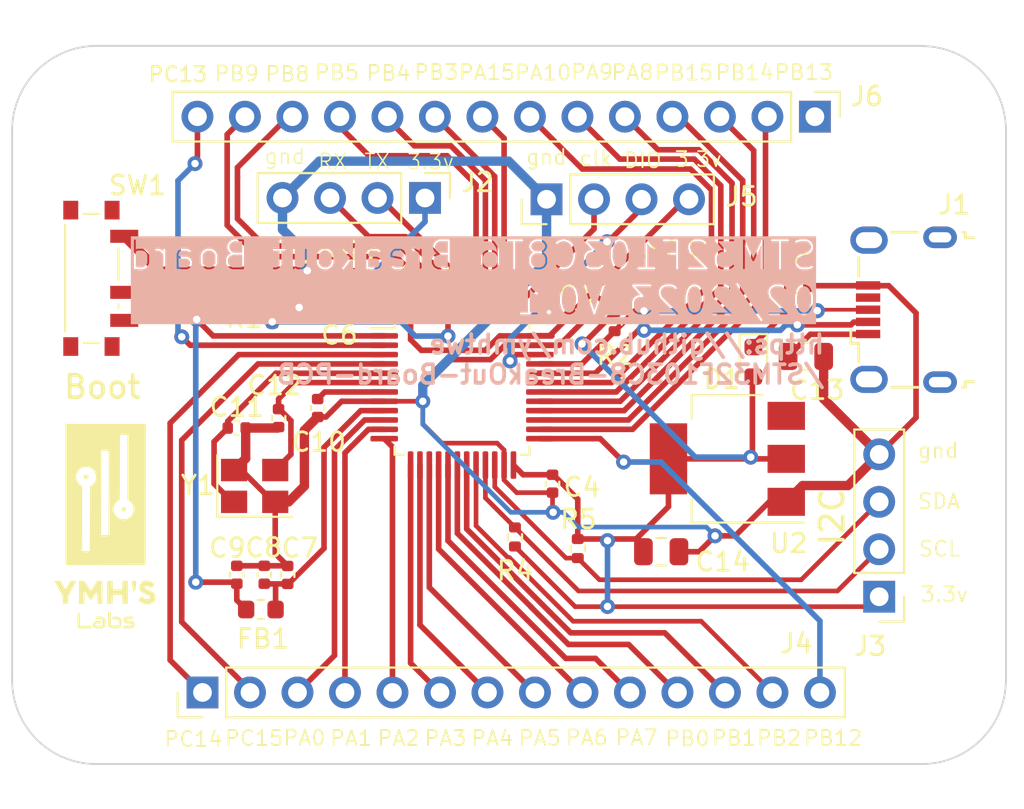
<source format=kicad_pcb>
(kicad_pcb (version 20221018) (generator pcbnew)
  (layers (0 "F.Cu" signal) (31 "B.Cu" power) (34 "B.Paste" user) (35 "F.Paste" user) (36 "B.SilkS" user "B.Silkscreen") (37 "F.SilkS" user "F.Silkscreen") (38 "B.Mask" user) (39 "F.Mask" user) (44 "Edge.Cuts" user))
  (net 0 "")
  (net 1 "+3.3V")
  (net 2 "GND")
  (net 3 "+3.3VA")
  (net 4 "/NRST")
  (net 5 "/HSE_IN")
  (net 6 "/HSE_OUT")
  (net 7 "VBUS")
  (net 8 "/PWR_LED_K")
  (net 9 "/USB_D-")
  (net 10 "/USB_D+")
  (net 13 "/USART1_TX")
  (net 14 "/USART1_RX")
  (net 15 "/I2C2_SCL")
  (net 16 "/I2C2_SDA")
  (net 17 "PB15")
  (net 18 "PB14")
  (net 19 "PB13")
  (net 20 "PB12")
  (net 21 "PB9")
  (net 22 "PB8")
  (net 23 "PB5")
  (net 24 "PB4")
  (net 25 "PB3")
  (net 26 "PB2")
  (net 27 "PB1")
  (net 28 "PB0")
  (net 29 "PC15")
  (net 30 "PC14")
  (net 31 "PC13")
  (net 32 "PA0")
  (net 33 "PA1")
  (net 34 "PA2")
  (net 35 "PA3")
  (net 36 "PA4")
  (net 37 "PA5")
  (net 38 "PA6")
  (net 39 "PA7")
  (net 40 "PA8")
  (net 41 "PA9")
  (net 42 "PA10")
  (net 43 "PA15")
  (net 44 "/SWCLK")
  (net 45 "/SWDIO")
  (net 46 "/SW_BOOT0")
  (net 47 "/BOOT0")
  (footprint "Connector_PinHeader_2.54mm:PinHeader_1x04_P2.54mm_Vertical" (layer "F.Cu") (at 147.33 82.97 90)
    (fp_text reference "J5")
    (fp_text value "Conn_01x04_Pin")
  )
  (footprint "Connector_PinHeader_2.54mm:PinHeader_1x04_P2.54mm_Vertical" (layer "F.Cu") (at 165.12 104.24 180)
    (fp_text reference "J3")
    (fp_text value "Conn_01x04_Pin")
  )
  (footprint "Capacitor_SMD:C_0805_2012Metric" (layer "F.Cu") (at 161.2 91.38)
    (fp_text reference "C13")
    (fp_text value "22u")
  )
  (footprint "Capacitor_SMD:C_0402_1005Metric" (layer "F.Cu") (at 147.65 98.19 -90)
    (fp_text reference "C4")
    (fp_text value "100n")
  )
  (footprint "MountingHole:MountingHole_2.2mm_M2" (layer "F.Cu") (at 167.4 79.26)
    (fp_text reference "H1" hide)
    (fp_text value "MountingHole")
  )
  (footprint "Package_TO_SOT_SMD:SOT-223-3_TabPin2" (layer "F.Cu") (at 157 96.86 180)
    (fp_text reference "U2")
    (fp_text value "AMS1117-3.3")
  )
  (footprint "Crystal:Crystal_SMD_3225-4Pin_3.2x2.5mm" (layer "F.Cu") (at 131.72 98.31)
    (fp_text reference "Y1")
    (fp_text value "16 MHz")
  )
  (footprint "Button_Switch_SMD:SW_SPDT_PCM12" (layer "F.Cu") (at 123.315 87.2 -90)
    (fp_text reference "SW1")
    (fp_text value "SW_SPDT")
  )
  (footprint "LOGO" (layer "F.Cu") (at 123.409354 100.422938)
    (fp_text reference "G***" hide)
    (fp_text value "LOGO" hide)
  )
  (footprint "Capacitor_SMD:C_0402_1005Metric" (layer "F.Cu") (at 149.02 89.23)
    (fp_text reference "C3")
    (fp_text value "100n")
  )
  (footprint "Capacitor_SMD:C_0402_1005Metric" (layer "F.Cu") (at 130.765 103.0625 90)
    (fp_text reference "C9")
    (fp_text value "1u")
  )
  (footprint "Resistor_SMD:R_0402_1005Metric" (layer "F.Cu") (at 132.66 89.11 -90)
    (fp_text reference "R1")
    (fp_text value "10K")
  )
  (footprint "LED_SMD:LED_0603_1608Metric" (layer "F.Cu") (at 158.39 91.67 -90)
    (fp_text reference "D1")
    (fp_text value "RED")
  )
  (footprint "Package_QFP:LQFP-48_7x7mm_P0.5mm" (layer "F.Cu") (at 142.81 93.03)
    (fp_text reference "U1")
    (fp_text value "STM32F103C8T6")
  )
  (footprint "Capacitor_SMD:C_0402_1005Metric" (layer "F.Cu") (at 133 94.68 -90)
    (fp_text reference "C12")
    (fp_text value "10p")
  )
  (footprint "Inductor_SMD:L_0603_1608Metric" (layer "F.Cu") (at 132.0525 104.9225 180)
    (fp_text reference "FB1")
    (fp_text value "1220R")
  )
  (footprint "MountingHole:MountingHole_2.2mm_M2" (layer "F.Cu") (at 123.25 79.26)
    (fp_text reference "H3" hide)
    (fp_text value "MountingHole")
  )
  (footprint "Capacitor_SMD:C_0402_1005Metric" (layer "F.Cu") (at 135.41 88.28 90)
    (fp_text reference "C5")
    (fp_text value "100n")
  )
  (footprint "Capacitor_SMD:C_0603_1608Metric" (layer "F.Cu") (at 137.17 87.875 90)
    (fp_text reference "C6")
    (fp_text value "10u")
  )
  (footprint "Capacitor_SMD:C_0402_1005Metric" (layer "F.Cu") (at 135.09 94.14 -90)
    (fp_text reference "C10")
    (fp_text value "100n")
  )
  (footprint "MountingHole:MountingHole_2.2mm_M2" (layer "F.Cu") (at 123.25 108.69)
    (fp_text reference "H4" hide)
    (fp_text value "MountingHole")
  )
  (footprint "Resistor_SMD:R_0402_1005Metric" (layer "F.Cu") (at 150.97 89.52 -90)
    (fp_text reference "R2")
    (fp_text value "1K5")
  )
  (footprint "MountingHole:MountingHole_2.2mm_M2" (layer "F.Cu") (at 167.4 108.69)
    (fp_text reference "H2" hide)
    (fp_text value "MountingHole")
  )
  (footprint "Connector_PinHeader_2.54mm:PinHeader_1x14_P2.54mm_Vertical" (layer "F.Cu") (at 161.68 78.55 -90)
    (fp_text reference "J6")
    (fp_text value "Conn_01x14_Pin")
  )
  (footprint "Connector_USB:USB_Micro-B_Wuerth_629105150521" (layer "F.Cu") (at 166.425331 88.880331 90)
    (fp_text reference "J1")
    (fp_text value "USB_B_Micro")
  )
  (footprint "Resistor_SMD:R_0402_1005Metric" (layer "F.Cu") (at 149 101.66 90)
    (fp_text reference "R5")
    (fp_text value "1K5")
  )
  (footprint "Capacitor_SMD:C_0402_1005Metric" (layer "F.Cu") (at 139.04 87.48 90)
    (fp_text reference "C1")
    (fp_text value "100n")
  )
  (footprint "Resistor_SMD:R_0402_1005Metric" (layer "F.Cu") (at 145.64 101.04 -90)
    (fp_text reference "R4")
    (fp_text value "1K5")
  )
  (footprint "Capacitor_SMD:C_0805_2012Metric" (layer "F.Cu") (at 153.46 101.83)
    (fp_text reference "C14")
    (fp_text value "22u")
  )
  (footprint "Capacitor_SMD:C_0402_1005Metric" (layer "F.Cu") (at 133.485 103.0725 90)
    (fp_text reference "C7")
    (fp_text value "10n")
  )
  (footprint "Connector_PinHeader_2.54mm:PinHeader_1x14_P2.54mm_Vertical" (layer "F.Cu") (at 128.93 109.36 90)
    (fp_text reference "J4")
    (fp_text value "Conn_01x14_Pin")
  )
  (footprint "Resistor_SMD:R_0402_1005Metric" (layer "F.Cu") (at 160.81 87.61 180)
    (fp_text reference "R3")
    (fp_text value "1K5")
  )
  (footprint "Capacitor_SMD:C_0402_1005Metric" (layer "F.Cu") (at 130.76 95.21)
    (fp_text reference "C11")
    (fp_text value "10p")
  )
  (footprint "Capacitor_SMD:C_0402_1005Metric" (layer "F.Cu") (at 132.235 103.0625 90)
    (fp_text reference "C8")
    (fp_text value "1u")
  )
  (footprint "Connector_PinHeader_2.54mm:PinHeader_1x04_P2.54mm_Vertical" (layer "F.Cu") (at 140.83 82.9 -90)
    (fp_text reference "J2")
    (fp_text value "Conn_01x04_Pin")
  )
  (gr_arc (start 123.25 113.189999) (mid 120.063942 111.876254) (end 118.750665 108.690002) (stroke (width 0.1)) (layer "Edge.Cuts"))
  (gr_line (start 167.4 113.19) (end 123.25 113.19) (stroke (width 0.1)) (layer "Edge.Cuts"))
  (gr_arc (start 167.399943 74.770395) (mid 170.603015 76.123942) (end 171.9 79.350331) (stroke (width 0.1)) (layer "Edge.Cuts"))
  (gr_arc (start 171.894687 108.690006) (mid 170.580098 111.871658) (end 167.4 113.19) (stroke (width 0.1)) (layer "Edge.Cuts"))
  (gr_line (start 167.4 74.76) (end 123.25 74.76) (stroke (width 0.1)) (layer "Edge.Cuts"))
  (gr_arc (start 118.750001 79.26) (mid 120.075389 76.085389) (end 123.25 74.760001) (stroke (width 0.1)) (layer "Edge.Cuts"))
  (gr_line (start 171.9 108.69) (end 171.9 79.350331) (stroke (width 0.1)) (layer "Edge.Cuts"))
  (gr_line (start 118.75 108.69) (end 118.75 79.26) (stroke (width 0.1)) (layer "Edge.Cuts"))
  (gr_text "STM32F103C8T6 Breakout Board\n02/2023_V0.1 " (at 161.88 89.27) (layer "B.SilkS" knockout) (effects (font (size 1.5 1.5) (thickness 0.1)) (justify left bottom mirror)))
  (gr_text "https://github.com/ymhtwe\n/STM32F103C8-BreakOut-Board-PCB" (at 162.29 92.93) (layer "B.SilkS") (effects (font (size 1 1) (thickness 0.2) bold) (justify left bottom mirror)))
  (gr_text "PA3" (at 140.735331 112.275331) (layer "F.SilkS") (effects (font (size 0.8 0.8) (thickness 0.1)) (justify left bottom)))
  (gr_text "PB4" (at 137.625331 76.685331) (layer "F.SilkS") (effects (font (size 0.8 0.8) (thickness 0.1)) (justify left bottom)))
  (gr_text "DIO" (at 151.405331 81.355331) (layer "F.SilkS") (effects (font (size 0.8 0.8) (thickness 0.1)) (justify left bottom)))
  (gr_text "PA8\n" (at 150.735331 76.645331) (layer "F.SilkS") (effects (font (size 0.8 0.8) (thickness 0.1)) (justify left bottom)))
  (gr_text "PB9" (at 129.515331 76.715331) (layer "F.SilkS") (effects (font (size 0.8 0.8) (thickness 0.1)) (justify left bottom)))
  (gr_text "PA4" (at 143.235331 112.275331) (layer "F.SilkS") (effects (font (size 0.8 0.8) (thickness 0.1)) (justify left bottom)))
  (gr_text "PB5" (at 134.875331 76.655331) (layer "F.SilkS") (effects (font (size 0.8 0.8) (thickness 0.1)) (justify left bottom)))
  (gr_text "RX" (at 135.055331 81.415331) (layer "F.SilkS") (effects (font (size 0.8 0.8) (thickness 0.08)) (justify left bottom)))
  (gr_text "PB12" (at 161.025331 112.265331) (layer "F.SilkS") (effects (font (size 0.8 0.8) (thickness 0.1)) (justify left bottom)))
  (gr_text "PA1" (at 135.685331 112.275331) (layer "F.SilkS") (effects (font (size 0.8 0.8) (thickness 0.1)) (justify left bottom)))
  (gr_text "PB2" (at 158.515331 112.265331) (layer "F.SilkS") (effects (font (size 0.8 0.8) (thickness 0.1)) (justify left bottom)))
  (gr_text "SCL" (at 167.175331 102.145331) (layer "F.SilkS") (effects (font (size 0.8 0.8) (thickness 0.1)) (justify left bottom)))
  (gr_text "PA2" (at 138.225331 112.275331) (layer "F.SilkS") (effects (font (size 0.8 0.8) (thickness 0.1)) (justify left bottom)))
  (gr_text "PC14" (at 126.815331 112.325331) (layer "F.SilkS") (effects (font (size 0.8 0.8) (thickness 0.1)) (justify left bottom)))
  (gr_text "gnd" (at 132.195331 81.145331) (layer "F.SilkS") (effects (font (size 0.8 0.8) (thickness 0.08)) (justify left bottom)))
  (gr_text "Boot" (at 121.415331 93.715331) (layer "F.SilkS") (effects (font (size 1.2 1.2) (thickness 0.2) bold) (justify left bottom)))
  (gr_text "PA10\n" (at 145.575331 76.665331) (layer "F.SilkS") (effects (font (size 0.8 0.8) (thickness 0.1)) (justify left bottom)))
  (gr_text "PA9\n" (at 148.575331 76.625331) (layer "F.SilkS") (effects (font (size 0.8 0.8) (thickness 0.1)) (justify left bottom)))
  (gr_text "PA7" (at 150.955331 112.235331) (layer "F.SilkS") (effects (font (size 0.8 0.8) (thickness 0.1)) (justify left bottom)))
  (gr_text "PB0" (at 153.615331 112.295331) (layer "F.SilkS") (effects (font (size 0.8 0.8) (thickness 0.1)) (justify left bottom)))
  (gr_text "3.3v" (at 167.275331 104.585331) (layer "F.SilkS") (effects (font (size 0.8 0.8) (thickness 0.1)) (justify left bottom)))
  (gr_text "3.3v" (at 154.115331 81.295331) (layer "F.SilkS") (effects (font (size 0.8 0.8) (thickness 0.1)) (justify left bottom)))
  (gr_text "PA5" (at 145.775331 112.265331) (layer "F.SilkS") (effects (font (size 0.8 0.8) (thickness 0.1)) (justify left bottom)))
  (gr_text "gnd" (at 146.175331 81.175331) (layer "F.SilkS") (effects (font (size 0.8 0.8) (thickness 0.1)) (justify left bottom)))
  (gr_text "gnd" (at 167.125331 96.885331) (layer "F.SilkS") (effects (font (size 0.8 0.8) (thickness 0.1)) (justify left bottom)))
  (gr_text "SWD" (at 151.455331 86.505331) (layer "F.SilkS") (effects (font (size 1.25 1.25) (thickness 0.2)) (justify left bottom)))
  (gr_text "PC15" (at 130.065331 112.275331) (layer "F.SilkS") (effects (font (size 0.8 0.8) (thickness 0.1)) (justify left bottom)))
  (gr_text "I2C" (at 163.335331 101.615331 90) (layer "F.SilkS") (effects (font (size 1.25 1.25) (thickness 0.2)) (justify left bottom)))
  (gr_text "PC13" (at 125.975331 76.755331) (layer "F.SilkS") (effects (font (size 0.8 0.8) (thickness 0.125) bold) (justify left bottom)))
  (gr_text "3.3v" (at 139.815331 81.425331) (layer "F.SilkS") (effects (font (size 0.8 0.8) (thickness 0.08)) (justify left bottom)))
  (gr_text "SDA" (at 167.125331 99.605331) (layer "F.SilkS") (effects (font (size 0.8 0.8) (thickness 0.1)) (justify left bottom)))
  (gr_text "PB15" (at 153.055331 76.665331) (layer "F.SilkS") (effects (font (size 0.8 0.8) (thickness 0.1)) (justify left bottom)))
  (gr_text "PB1" (at 156.105331 112.265331) (layer "F.SilkS") (effects (font (size 0.8 0.8) (thickness 0.1)) (justify left bottom)))
  (gr_text "PA0" (at 133.195331 112.255331) (layer "F.SilkS") (effects (font (size 0.8 0.8) (thickness 0.1)) (justify left bottom)))
  (gr_text "PB14" (at 156.295331 76.655331) (layer "F.SilkS") (effects (font (size 0.8 0.8) (thickness 0.1)) (justify left bottom)))
  (gr_text "PB8" (at 132.225331 76.735331) (layer "F.SilkS") (effects (font (size 0.8 0.8) (thickness 0.1)) (justify left bottom)))
  (gr_text "PA15" (at 142.575331 76.645331) (layer "F.SilkS") (effects (font (size 0.8 0.8) (thickness 0.1)) (justify left bottom)))
  (gr_text "PB3" (at 140.185331 76.635331) (layer "F.SilkS") (effects (font (size 0.8 0.8) (thickness 0.1)) (justify left bottom)))
  (gr_text "UART\n" (at 133.695331 86.475331) (layer "F.SilkS") (effects (font (size 1.25 1.25) (thickness 0.2)) (justify left bottom)))
  (gr_text "PB13" (at 159.465331 76.645331) (layer "F.SilkS") (effects (font (size 0.8 0.8) (thickness 0.1)) (justify left bottom)))
  (gr_text "PA6" (at 148.295331 112.245331) (layer "F.SilkS") (effects (font (size 0.8 0.8) (thickness 0.1)) (justify left bottom)))
  (gr_text "clk" (at 149.015331 81.255331) (layer "F.SilkS") (effects (font (size 0.8 0.8) (thickness 0.1)) (justify left bottom)))
  (gr_text "TX" (at 137.525331 81.415331) (layer "F.SilkS") (effects (font (size 0.8 0.8) (thickness 0.08)) (justify left bottom)))
  (segment (start 149 99.017035) (end 149 101.15) (width 0.3) (layer "F.Cu") (net 1))
  (segment (start 146.9725 90.28) (end 147.62 90.28) (width 0.3) (layer "F.Cu") (net 1))
  (segment (start 128.62 89.4) (end 129.5 90.28) (width 0.3) (layer "F.Cu") (net 1))
  (segment (start 139.07 87.99) (end 139.04 87.96) (width 0.3) (layer "F.Cu") (net 1))
  (segment (start 158.34 92.5075) (end 158.34 96.86) (width 0.3) (layer "F.Cu") (net 1))
  (segment (start 150.97 89.024106) (end 149.284106 90.71) (width 0.3) (layer "F.Cu") (net 1))
  (segment (start 135.41 88.76) (end 137.06 88.76) (width 0.3) (layer "F.Cu") (net 1))
  (segment (start 130.765 103.5425) (end 130.765 104.4225) (width 0.3) (layer "F.Cu") (net 1))
  (segment (start 128.57 89.45) (end 124.745 89.45) (width 0.3) (layer "F.Cu") (net 1))
  (segment (start 139.76 87.99) (end 139.07 87.99) (width 0.3) (layer "F.Cu") (net 1))
  (segment (start 140.63 91.05) (end 144.06 91.05) (width 0.3) (layer "F.Cu") (net 1))
  (segment (start 130.6825 103.46) (end 128.5695 103.46) (width 0.3) (layer "F.Cu") (net 1))
  (segment (start 147.49 90.28) (end 148.54 89.23) (width 0.3) (layer "F.Cu") (net 1))
  (segment (start 137.69 88.65) (end 138.38 87.96) (width 0.3) (layer "F.Cu") (net 1))
  (segment (start 130.765 103.5425) (end 130.6825 103.46) (width 0.3) (layer "F.Cu") (net 1))
  (segment (start 137.06 88.76) (end 137.17 88.65) (width 0.3) (layer "F.Cu") (net 1))
  (segment (start 158.39 92.4575) (end 158.34 92.5075) (width 0.3) (layer "F.Cu") (net 1))
  (segment (start 149 101.15) (end 150.59 101.15) (width 0.3) (layer "F.Cu") (net 1))
  (segment (start 148.54 89.187035) (end 149.613517 88.113517) (width 0.3) (layer "F.Cu") (net 1))
  (segment (start 147.65 97.71) (end 147.692965 97.71) (width 0.3) (layer "F.Cu") (net 1))
  (segment (start 144.83 90.28) (end 146.9725 90.28) (width 0.3) (layer "F.Cu") (net 1))
  (segment (start 140.06 88.29) (end 139.76 87.99) (width 0.3) (layer "F.Cu") (net 1))
  (segment (start 135.41 88.76) (end 134.13 88.76) (width 0.3) (layer "F.Cu") (net 1))
  (segment (start 145.64 101.55) (end 148.86 104.77) (width 0.25) (layer "F.Cu") (net 1))
  (segment (start 148.54 89.23) (end 148.54 89.187035) (width 0.3) (layer "F.Cu") (net 1))
  (segment (start 149.284106 90.71) (end 149.23 90.71) (width 0.3) (layer "F.Cu") (net 1))
  (segment (start 146.0775 97.71) (end 147.65 97.71) (width 0.3) (layer "F.Cu") (net 1))
  (segment (start 149.803517 87.923517) (end 154.757035 82.97) (width 0.3) (layer "F.Cu") (net 1))
  (segment (start 150.59 101.15) (end 152.12 101.15) (width 0.3) (layer "F.Cu") (net 1))
  (segment (start 154.757035 82.97) (end 154.95 82.97) (width 0.3) (layer "F.Cu") (net 1))
  (segment (start 138.38 87.96) (end 139.04 87.96) (width 0.3) (layer "F.Cu") (net 1))
  (segment (start 140.06 88.8675) (end 140.06 90.48) (width 0.3) (layer "F.Cu") (net 1))
  (segment (start 153.85 99.42) (end 153.85 96.94) (width 0.3) (layer "F.Cu") (net 1))
  (segment (start 130.765 104.4225) (end 131.265 104.9225) (width 0.3) (layer "F.Cu") (net 1))
  (segment (start 146.9725 90.28) (end 147.49 90.28) (width 0.3) (layer "F.Cu") (net 1))
  (segment (start 134.13 88.76) (end 134.1 88.76) (width 0.3) (layer "F.Cu") (net 1))
  (segment (start 150.97 89.01) (end 150.89 89.01) (width 0.25) (layer "F.Cu") (net 1))
  (segment (start 150.59 101.15) (end 150.59 101.2345) (width 0.3) (layer "F.Cu") (net 1))
  (segment (start 158.34 96.86) (end 160.15 96.86) (width 0.3) (layer "F.Cu") (net 1))
  (segment (start 140.06 90.48) (end 140.63 91.05) (width 0.3) (layer "F.Cu") (net 1))
  (segment (start 144.06 91.05) (end 144.83 90.28) (width 0.3) (layer "F.Cu") (net 1))
  (segment (start 128.62 89.4) (end 128.57 89.45) (width 0.3) (layer "F.Cu") (net 1))
  (segment (start 137.17 88.65) (end 137.69 88.65) (width 0.3) (layer "F.Cu") (net 1))
  (segment (start 149.613517 88.113517) (end 149.803517 87.923517) (width 0.3) (layer "F.Cu") (net 1))
  (segment (start 150.89 89.01) (end 149.803517 87.923517) (width 0.25) (layer "F.Cu") (net 1))
  (segment (start 140.06 88.8675) (end 140.06 88.29) (width 0.3) (layer "F.Cu") (net 1))
  (segment (start 148.86 104.77) (end 164.59 104.77) (width 0.25) (layer "F.Cu") (net 1))
  (segment (start 147.692965 97.71) (end 149 99.017035) (width 0.3) (layer "F.Cu") (net 1))
  (segment (start 145.56 97.1925) (end 146.0775 97.71) (width 0.3) (layer "F.Cu") (net 1))
  (segment (start 152.12 101.15) (end 153.85 99.42) (width 0.3) (layer "F.Cu") (net 1))
  (segment (start 154.8 82.97) (end 154.95 82.97) (width 0.3) (layer "F.Cu") (net 1))
  (segment (start 129.5 90.28) (end 138.6475 90.28) (width 0.3) (layer "F.Cu") (net 1))
  (segment (start 158.16 96.86) (end 153.85 96.86) (width 0.3) (layer "F.Cu") (net 1))
  (segment (start 164.59 104.77) (end 165.12 104.24) (width 0.25) (layer "F.Cu") (net 1))
  (via (at 128.62 89.4) (size 0.8) (drill 0.4) (layers "F.Cu" "B.Cu") (net 1))
  (via (at 134.1 88.76) (size 0.8) (drill 0.4) (layers "F.Cu" "B.Cu") (net 1))
  (via (at 149.23 90.71) (size 0.8) (drill 0.4) (layers "F.Cu" "B.Cu") (net 1))
  (via (at 150.59 104.76) (size 0.8) (drill 0.4) (layers "F.Cu" "B.Cu") (net 1))
  (via (at 128.5695 103.46) (size 0.8) (drill 0.4) (layers "F.Cu" "B.Cu") (net 1))
  (via (at 150.59 101.2345) (size 0.8) (drill 0.4) (layers "F.Cu" "B.Cu") (net 1))
  (via (at 158.25 96.77) (size 0.8) (drill 0.4) (layers "F.Cu" "B.Cu") (net 1))
  (segment (start 136.24 88.76) (end 140.83 84.17) (width 0.3) (layer "B.Cu") (net 1))
  (segment (start 150.59 101.2345) (end 150.59 104.76) (width 0.3) (layer "B.Cu") (net 1))
  (segment (start 155.29 96.77) (end 158.25 96.77) (width 0.3) (layer "B.Cu") (net 1))
  (segment (start 140.83 84.17) (end 140.83 82.9) (width 0.3) (layer "B.Cu") (net 1))
  (segment (start 149.23 90.71) (end 155.29 96.77) (width 0.3) (layer "B.Cu") (net 1))
  (segment (start 128.57 103.4595) (end 128.5695 103.46) (width 0.3) (layer "B.Cu") (net 1))
  (segment (start 128.62 89.4) (end 128.57 89.45) (width 0.3) (layer "B.Cu") (net 1))
  (segment (start 128.57 89.45) (end 128.57 103.4595) (width 0.3) (layer "B.Cu") (net 1))
  (segment (start 129.26 88.76) (end 134.1 88.76) (width 0.3) (layer "B.Cu") (net 1))
  (segment (start 128.62 89.4) (end 129.26 88.76) (width 0.3) (layer "B.Cu") (net 1))
  (segment (start 134.1 88.76) (end 136.24 88.76) (width 0.3) (layer "B.Cu") (net 1))
  (segment (start 140.71 94.99) (end 140.71 93.78) (width 0.25) (layer "F.Cu") (net 2))
  (segment (start 155.49 101.83) (end 156.34 100.98) (width 0.3) (layer "F.Cu") (net 2))
  (segment (start 134.535331 86.7895) (end 134.535331 87.165331) (width 0.5) (layer "F.Cu") (net 2))
  (segment (start 131.24 96.84) (end 130.62 97.46) (width 0.5) (layer "F.Cu") (net 2))
  (segment (start 136.11 87.1) (end 135.41 87.8) (width 0.5) (layer "F.Cu") (net 2))
  (segment (start 140.56 88.028959) (end 139.531041 87) (width 0.3) (layer "F.Cu") (net 2))
  (segment (start 135.09 94.62) (end 134.38 95.33) (width 0.5) (layer "F.Cu") (net 2))
  (segment (start 132.82 101.9275) (end 132.82 99.16) (width 0.3) (layer "F.Cu") (net 2))
  (segment (start 134.38 95.33) (end 134.38 98.32) (width 0.5) (layer "F.Cu") (net 2))
  (segment (start 131.24 95.21) (end 131.24 96.84) (width 0.5) (layer "F.Cu") (net 2))
  (segment (start 167.09 89.055) (end 167.09 94.65) (width 0.3) (layer "F.Cu") (net 2))
  (segment (start 159.24 99.16) (end 160.15 99.16) (width 0.3) (layer "F.Cu") (net 2))
  (segment (start 134.5095 86.815331) (end 126.610331 86.815331) (width 0.5) (layer "F.Cu") (net 2))
  (segment (start 164.705 87.595) (end 165.63 87.595) (width 0.3) (layer "F.Cu") (net 2))
  (segment (start 145.06 97.995685) (end 145.734315 98.67) (width 0.25) (layer "F.Cu") (net 2))
  (segment (start 139.531041 87) (end 139.04 87) (width 0.3) (layer "F.Cu") (net 2))
  (segment (start 147.65 99.69) (end 147.68 99.72) (width 0.25) (layer "F.Cu") (net 2))
  (segment (start 139.04 87) (end 137.27 87) (width 0.5) (layer "F.Cu") (net 2))
  (segment (start 140.71 92.9) (end 142.06 91.55) (width 0.3) (layer "F.Cu") (net 2))
  (segment (start 135.17 87.8) (end 135.41 87.8) (width 0.5) (layer "F.Cu") (net 2))
  (segment (start 136.37 93.78) (end 135.53 94.62) (width 0.3) (layer "F.Cu") (net 2))
  (segment (start 131.24 95.21) (end 132.95 95.21) (width 0.5) (layer "F.Cu") (net 2))
  (segment (start 144.690685 96.02) (end 141.74 96.02) (width 0.25) (layer "F.Cu") (net 2))
  (segment (start 162.15 91.38) (end 162.15 93.65) (width 0.5) (layer "F.Cu") (net 2))
  (segment (start 148.01 90.78) (end 149.5 89.29) (width 0.3) (layer "F.Cu") (net 2))
  (segment (start 141.74 96.02) (end 140.71 94.99) (width 0.25) (layer "F.Cu") (net 2))
  (segment (start 140.71 93.78) (end 140.71 92.9) (width 0.3) (layer "F.Cu") (net 2))
  (segment (start 140.71 93.78) (end 138.6475 93.78) (width 0.25) (layer "F.Cu") (net 2))
  (segment (start 133.475 102.5825) (end 133.485 102.5925) (width 0.3) (layer "F.Cu") (net 2))
  (segment (start 145.06 97.1925) (end 145.06 96.389315) (width 0.25) (layer "F.Cu") (net 2))
  (segment (start 157.42 100.98) (end 159.24 99.16) (width 0.3) (layer "F.Cu") (net 2))
  (segment (start 145.06 96.389315) (end 144.690685 96.02) (width 0.25) (layer "F.Cu") (net 2))
  (segment (start 163.45 98.29) (end 165.12 96.62) (width 0.5) (layer "F.Cu") (net 2))
  (segment (start 148.01 90.78) (end 146.9725 90.78) (width 0.3) (layer "F.Cu") (net 2))
  (segment (start 161.335 87.595) (end 164.705 87.595) (width 0.3) (layer "F.Cu") (net 2))
  (segment (start 144.33 91.55) (end 145.1 90.78) (width 0.3) (layer "F.Cu") (net 2))
  (segment (start 126.610331 86.815331) (end 124.745 84.95) (width 0.5) (layer "F.Cu") (net 2))
  (segment (start 142.06 91.55) (end 144.33 91.55) (width 0.3) (layer "F.Cu") (net 2))
  (segment (start 160.15 99.16) (end 161.02 98.29) (width 0.5) (layer "F.Cu") (net 2))
  (segment (start 162.15 93.65) (end 165.12 96.62) (width 0.5) (layer "F.Cu") (net 2))
  (segment (start 130.765 102.5825) (end 132.235 102.5825) (width 0.3) (layer "F.Cu") (net 2))
  (segment (start 145.06 97.1925) (end 145.06 97.995685) (width 0.25) (layer "F.Cu") (net 2))
  (segment (start 134.535331 87.165331) (end 135.17 87.8) (width 0.5) (layer "F.Cu") (net 2))
  (segment (start 133.54 99.16) (end 132.82 99.16) (width 0.5) (layer "F.Cu") (net 2))
  (segment (start 137.17 87.1) (end 136.11 87.1) (width 0.5) (layer "F.Cu") (net 2))
  (segment (start 138.6475 93.78) (end 136.37 93.78) (width 0.3) (layer "F.Cu") (net 2))
  (segment (start 165.63 87.595) (end 167.09 89.055) (width 0.3) (layer "F.Cu") (net 2))
  (segment (start 134.38 98.32) (end 133.54 99.16) (width 0.5) (layer "F.Cu") (net 2))
  (segment (start 145.1 90.78) (end 146.9725 90.78) (width 0.3) (layer "F.Cu") (net 2))
  (segment (start 167.09 94.65) (end 165.12 96.62) (width 0.3) (layer "F.Cu") (net 2))
  (segment (start 135.53 94.62) (end 135.09 94.62) (width 0.3) (layer "F.Cu") (net 2))
  (segment (start 132.71 99.16) (end 131.01 97.46) (width 0.3) (layer "F.Cu") (net 2))
  (segment (start 133.485 102.5925) (end 132.82 101.9275) (width 0.3) (layer "F.Cu") (net 2))
  (segment (start 147.65 98.67) (end 147.65 99.69) (width 0.25) (layer "F.Cu") (net 2))
  (segment (start 132.95 95.21) (end 133 95.16) (width 0.5) (layer "F.Cu") (net 2))
  (segment (start 156.34 100.98) (end 157.42 100.98) (width 0.3) (layer "F.Cu") (net 2))
  (segment (start 134.535331 86.7895) (end 134.5095 86.815331) (width 0.5) (layer "F.Cu") (net 2))
  (segment (start 140.56 88.8675) (end 140.56 88.028959) (width 0.3) (layer "F.Cu") (net 2))
  (segment (start 161.02 98.29) (end 163.45 98.29) (width 0.5) (layer "F.Cu") (net 2))
  (segment (start 131.01 97.46) (end 130.62 97.46) (width 0.3) (layer "F.Cu") (net 2))
  (segment (start 161.32 87.61) (end 161.335 87.595) (width 0.3) (layer "F.Cu") (net 2))
  (segment (start 132.235 102.5825) (end 133.475 102.5825) (width 0.3) (layer "F.Cu") (net 2))
  (segment (start 154.41 101.83) (end 155.49 101.83) (width 0.3) (layer "F.Cu") (net 2))
  (segment (start 132.82 99.16) (end 132.71 99.16) (width 0.3) (layer "F.Cu") (net 2))
  (segment (start 149.5 89.29) (end 149.5 89.23) (width 0.3) (layer "F.Cu") (net 2))
  (segment (start 145.734315 98.67) (end 147.65 98.67) (width 0.25) (layer "F.Cu") (net 2))
  (via (at 147.68 99.72) (size 0.8) (drill 0.4) (layers "F.Cu" "B.Cu") (net 2))
  (via (at 134.535331 86.7895) (size 0.8) (drill 0.4) (layers "F.Cu" "B.Cu") (net 2))
  (via (at 140.71 93.78) (size 0.8) (drill 0.4) (layers "F.Cu" "B.Cu") (net 2))
  (via (at 156.34 100.98) (size 0.8) (drill 0.4) (layers "F.Cu" "B.Cu") (net 2))
  (segment (start 156.34 100.98) (end 155.87 100.51) (width 0.25) (layer "B.Cu") (net 2))
  (segment (start 140.71 93.78) (end 140.71 92.92853) (width 0.5) (layer "B.Cu") (net 2))
  (segment (start 135.18 80.93) (end 145.3 80.93) (width 0.5) (layer "B.Cu") (net 2))
  (segment (start 145.3 80.93) (end 147.33 82.96) (width 0.5) (layer "B.Cu") (net 2))
  (segment (start 140.71 92.92853) (end 147.33 86.30853) (width 0.5) (layer "B.Cu") (net 2))
  (segment (start 145.42 99.72) (end 147.68 99.72) (width 0.25) (layer "B.Cu") (net 2))
  (segment (start 148.22 99.72) (end 147.68 99.72) (width 0.25) (layer "B.Cu") (net 2))
  (segment (start 134.535331 86.7895) (end 134.535331 85.915331) (width 0.5) (layer "B.Cu") (net 2))
  (segment (start 140.71 93.78) (end 140.71 95.01) (width 0.25) (layer "B.Cu") (net 2))
  (segment (start 133.21 82.9) (end 135.18 80.93) (width 0.5) (layer "B.Cu") (net 2))
  (segment (start 149.01 100.51) (end 148.22 99.72) (width 0.25) (layer "B.Cu") (net 2))
  (segment (start 134.535331 85.915331) (end 133.21 84.59) (width 0.5) (layer "B.Cu") (net 2))
  (segment (start 140.71 95.01) (end 145.42 99.72) (width 0.25) (layer "B.Cu") (net 2))
  (segment (start 147.33 86.30853) (end 147.33 82.97) (width 0.5) (layer "B.Cu") (net 2))
  (segment (start 155.87 100.51) (end 149.01 100.51) (width 0.25) (layer "B.Cu") (net 2))
  (segment (start 133.21 84.59) (end 133.21 82.9) (width 0.5) (layer "B.Cu") (net 2))
  (segment (start 147.33 82.96) (end 147.33 82.97) (width 0.5) (layer "B.Cu") (net 2))
  (segment (start 133.527965 103.5525) (end 133.485 103.5525) (width 0.3) (layer "F.Cu") (net 3))
  (segment (start 138.6475 94.28) (end 137.394747 94.28) (width 0.3) (layer "F.Cu") (net 3))
  (segment (start 133.485 103.5525) (end 132.845 103.5525) (width 0.3) (layer "F.Cu") (net 3))
  (segment (start 132.84 103.5575) (end 132.845 103.5525) (width 0.3) (layer "F.Cu") (net 3))
  (segment (start 132.84 104.9225) (end 132.84 103.5575) (width 0.3) (layer "F.Cu") (net 3))
  (segment (start 132.245 103.5525) (end 132.235 103.5425) (width 0.3) (layer "F.Cu") (net 3))
  (segment (start 137.394747 94.28) (end 135.43 96.244747) (width 0.3) (layer "F.Cu") (net 3))
  (segment (start 135.43 101.650465) (end 133.527965 103.5525) (width 0.3) (layer "F.Cu") (net 3))
  (segment (start 132.845 103.5525) (end 132.245 103.5525) (width 0.3) (layer "F.Cu") (net 3))
  (segment (start 135.43 96.244747) (end 135.43 101.650465) (width 0.3) (layer "F.Cu") (net 3))
  (segment (start 135.09 93.66) (end 135.47 93.28) (width 0.3) (layer "F.Cu") (net 4))
  (segment (start 135.47 93.28) (end 138.6475 93.28) (width 0.3) (layer "F.Cu") (net 4))
  (segment (start 130.52 99.16) (end 129.55 98.19) (width 0.3) (layer "F.Cu") (net 5))
  (segment (start 130.28 94.85) (end 132.85 92.28) (width 0.3) (layer "F.Cu") (net 5))
  (segment (start 130.62 99.16) (end 130.52 99.16) (width 0.3) (layer "F.Cu") (net 5))
  (segment (start 132.85 92.28) (end 138.6475 92.28) (width 0.3) (layer "F.Cu") (net 5))
  (segment (start 129.55 98.19) (end 129.55 95.94) (width 0.3) (layer "F.Cu") (net 5))
  (segment (start 130.28 95.21) (end 130.28 94.85) (width 0.3) (layer "F.Cu") (net 5))
  (segment (start 129.55 95.94) (end 130.28 95.21) (width 0.3) (layer "F.Cu") (net 5))
  (segment (start 133.87 92.78) (end 138.6475 92.78) (width 0.3) (layer "F.Cu") (net 6))
  (segment (start 133.66 96.62) (end 132.82 97.46) (width 0.3) (layer "F.Cu") (net 6))
  (segment (start 133.66 94.817035) (end 133.66 96.62) (width 0.3) (layer "F.Cu") (net 6))
  (segment (start 133 93.65) (end 133.87 92.78) (width 0.3) (layer "F.Cu") (net 6))
  (segment (start 133.042965 94.2) (end 133.66 94.817035) (width 0.3) (layer "F.Cu") (net 6))
  (segment (start 133 94.2) (end 133 93.65) (width 0.3) (layer "F.Cu") (net 6))
  (segment (start 133 94.2) (end 133.042965 94.2) (width 0.3) (layer "F.Cu") (net 6))
  (segment (start 164.705 90.195) (end 161.435 90.195) (width 0.3) (layer "F.Cu") (net 7))
  (segment (start 161.435 90.195) (end 160.25 91.38) (width 0.3) (layer "F.Cu") (net 7))
  (segment (start 160.25 87.66) (end 160.3 87.61) (width 0.3) (layer "F.Cu") (net 8))
  (segment (start 160.25 88.89) (end 160.25 87.66) (width 0.3) (layer "F.Cu") (net 8))
  (segment (start 158.39 90.75) (end 160.25 88.89) (width 0.3) (layer "F.Cu") (net 8))
  (segment (start 158.39 90.8825) (end 158.39 90.75) (width 0.3) (layer "F.Cu") (net 8))
  (segment (start 163.755 89.545) (end 164.705 89.545) (width 0.3) (layer "F.Cu") (net 9))
  (segment (start 149.939339 92.28) (end 146.9725 92.28) (width 0.3) (layer "F.Cu") (net 9))
  (segment (start 163.6105 89.6895) (end 163.755 89.545) (width 0.3) (layer "F.Cu") (net 9))
  (segment (start 152.239339 89.98) (end 149.939339 92.28) (width 0.3) (layer "F.Cu") (net 9))
  (segment (start 160.74 89.6895) (end 163.6105 89.6895) (width 0.3) (layer "F.Cu") (net 9))
  (segment (start 152.5405 89.98) (end 152.239339 89.98) (width 0.3) (layer "F.Cu") (net 9))
  (via (at 160.74 89.6895) (size 0.8) (drill 0.4) (layers "F.Cu" "B.Cu") (net 9))
  (via (at 152.5405 89.98) (size 0.8) (drill 0.4) (layers "F.Cu" "B.Cu") (net 9))
  (segment (start 152.5405 89.98) (end 159.84 89.98) (width 0.3) (layer "B.Cu") (net 9))
  (segment (start 159.84 89.98) (end 160.1305 89.6895) (width 0.3) (layer "B.Cu") (net 9))
  (segment (start 160.1305 89.6895) (end 160.74 89.6895) (width 0.3) (layer "B.Cu") (net 9))
  (segment (start 164.525331 88.880331) (end 161.859669 88.880331) (width 0.2) (layer "F.Cu") (net 10))
  (segment (start 152.06 88.94) (end 150.97 90.03) (width 0.3) (layer "F.Cu") (net 10))
  (segment (start 146.9725 91.78) (end 149.22 91.78) (width 0.3) (layer "F.Cu") (net 10))
  (segment (start 149.22 91.78) (end 150.97 90.03) (width 0.3) (layer "F.Cu") (net 10))
  (segment (start 152.5405 88.94) (end 152.06 88.94) (width 0.3) (layer "F.Cu") (net 10))
  (segment (start 161.859669 88.880331) (end 161.81 88.93) (width 0.2) (layer "F.Cu") (net 10))
  (via (at 152.5405 88.94) (size 0.8) (drill 0.4) (layers "F.Cu" "B.Cu") (net 10))
  (via (at 161.81 88.93) (size 0.8) (drill 0.4) (layers "F.Cu" "B.Cu") (net 10))
  (segment (start 152.5405 88.94) (end 161.8 88.94) (width 0.3) (layer "B.Cu") (net 10))
  (segment (start 161.8 88.94) (end 161.81 88.93) (width 0.3) (layer "B.Cu") (net 10))
  (segment (start 138.427107 82.9) (end 143.06 87.532893) (width 0.3) (layer "F.Cu") (net 13))
  (segment (start 138.29 82.9) (end 138.427107 82.9) (width 0.3) (layer "F.Cu") (net 13))
  (segment (start 143.06 88.8675) (end 143.06 88.13) (width 0.3) (layer "F.Cu") (net 13))
  (segment (start 143.06 87.532893) (end 143.06 88.13) (width 0.3) (layer "F.Cu") (net 13))
  (segment (start 142.56 87.74) (end 142.56 88.8675) (width 0.3) (layer "F.Cu") (net 14))
  (segment (start 139.79 84.97) (end 142.56 87.74) (width 0.3) (layer "F.Cu") (net 14))
  (segment (start 137.82 84.97) (end 139.79 84.97) (width 0.3) (layer "F.Cu") (net 14))
  (segment (start 135.75 82.9) (end 137.82 84.97) (width 0.3) (layer "F.Cu") (net 14))
  (segment (start 145.64 100.53) (end 149.04 103.93) (width 0.25) (layer "F.Cu") (net 15))
  (segment (start 144.06 97.1925) (end 144.06 98.95) (width 0.25) (layer "F.Cu") (net 15))
  (segment (start 149.04 103.93) (end 162.89 103.93) (width 0.25) (layer "F.Cu") (net 15))
  (segment (start 162.89 103.93) (end 165.12 101.7) (width 0.25) (layer "F.Cu") (net 15))
  (segment (start 144.06 98.95) (end 145.64 100.53) (width 0.25) (layer "F.Cu") (net 15))
  (segment (start 144.56 98.36) (end 148.37 102.17) (width 0.25) (layer "F.Cu") (net 16))
  (segment (start 149 102.17) (end 150.16 103.33) (width 0.25) (layer "F.Cu") (net 16))
  (segment (start 148.37 102.17) (end 149 102.17) (width 0.25) (layer "F.Cu") (net 16))
  (segment (start 160.95 103.33) (end 165.12 99.16) (width 0.25) (layer "F.Cu") (net 16))
  (segment (start 150.16 103.33) (end 160.95 103.33) (width 0.25) (layer "F.Cu") (net 16))
  (segment (start 144.56 97.1925) (end 144.56 98.36) (width 0.25) (layer "F.Cu") (net 16))
  (segment (start 154.407106 78.55) (end 154.06 78.55) (width 0.3) (layer "F.Cu") (net 17))
  (segment (start 157.82 81.962894) (end 154.407106 78.55) (width 0.3) (layer "F.Cu") (net 17))
  (segment (start 157.82 87.934873) (end 157.82 81.962894) (width 0.3) (layer "F.Cu") (net 17))
  (segment (start 151.474873 94.28) (end 157.82 87.934873) (width 0.3) (layer "F.Cu") (net 17))
  (segment (start 146.9725 94.28) (end 151.474873 94.28) (width 0.3) (layer "F.Cu") (net 17))
  (segment (start 151.71 94.78) (end 158.41 88.08) (width 0.3) (layer "F.Cu") (net 18))
  (segment (start 146.9725 94.78) (end 151.71 94.78) (width 0.3) (layer "F.Cu") (net 18))
  (segment (start 158.41 88.08) (end 158.41 80.36) (width 0.3) (layer "F.Cu") (net 18))
  (segment (start 158.41 80.36) (end 156.6 78.55) (width 0.3) (layer "F.Cu") (net 18))
  (segment (start 151.93 95.28) (end 159.04 88.17) (width 0.3) (layer "F.Cu") (net 19))
  (segment (start 159.04 78.65) (end 159.14 78.55) (width 0.3) (layer "F.Cu") (net 19))
  (segment (start 159.04 88.17) (end 159.04 78.65) (width 0.3) (layer "F.Cu") (net 19))
  (segment (start 146.9725 95.28) (end 151.93 95.28) (width 0.3) (layer "F.Cu") (net 19))
  (segment (start 146.9725 95.78) (end 150.2 95.78) (width 0.3) (layer "F.Cu") (net 20))
  (segment (start 150.2 95.78) (end 151.45 97.03) (width 0.3) (layer "F.Cu") (net 20))
  (via (at 151.45 97.03) (size 0.8) (drill 0.4) (layers "F.Cu" "B.Cu") (net 20))
  (segment (start 161.95 105.529339) (end 161.95 109.36) (width 0.3) (layer "B.Cu") (net 20))
  (segment (start 153.450661 97.03) (end 161.95 105.529339) (width 0.3) (layer "B.Cu") (net 20))
  (segment (start 151.45 97.03) (end 153.450661 97.03) (width 0.3) (layer "B.Cu") (net 20))
  (segment (start 141.06 87.81) (end 139.29 86.04) (width 0.3) (layer "F.Cu") (net 21))
  (segment (start 131.93 86.04) (end 130.25 84.36) (width 0.3) (layer "F.Cu") (net 21))
  (segment (start 141.06 88.8675) (end 141.06 87.81) (width 0.3) (layer "F.Cu") (net 21))
  (segment (start 130.25 79.5) (end 131.2 78.55) (width 0.3) (layer "F.Cu") (net 21))
  (segment (start 130.25 84.36) (end 130.25 79.5) (width 0.3) (layer "F.Cu") (net 21))
  (segment (start 139.29 86.04) (end 131.93 86.04) (width 0.3) (layer "F.Cu") (net 21))
  (segment (start 133.74 78.55) (end 133.52 78.55) (width 0.3) (layer "F.Cu") (net 22))
  (segment (start 133.52 78.55) (end 130.8 81.27) (width 0.3) (layer "F.Cu") (net 22))
  (segment (start 132.26 85.47) (end 139.51 85.47) (width 0.3) (layer "F.Cu") (net 22))
  (segment (start 130.8 81.27) (end 130.8 81.79) (width 0.3) (layer "F.Cu") (net 22))
  (segment (start 130.8 81.79) (end 130.8 84.01) (width 0.3) (layer "F.Cu") (net 22))
  (segment (start 139.51 85.47) (end 141.56 87.52) (width 0.3) (layer "F.Cu") (net 22))
  (segment (start 130.8 84.01) (end 132.26 85.47) (width 0.3) (layer "F.Cu") (net 22))
  (segment (start 141.56 87.52) (end 141.56 88.8675) (width 0.3) (layer "F.Cu") (net 22))
  (segment (start 137.83 80.64) (end 136.28 79.09) (width 0.3) (layer "F.Cu") (net 23))
  (segment (start 143.56 82.19) (end 142.01 80.64) (width 0.3) (layer "F.Cu") (net 23))
  (segment (start 142.01 80.64) (end 137.83 80.64) (width 0.3) (layer "F.Cu") (net 23))
  (segment (start 136.28 79.09) (end 136.28 78.55) (width 0.3) (layer "F.Cu") (net 23))
  (segment (start 143.56 88.8675) (end 143.56 82.19) (width 0.3) (layer "F.Cu") (net 23))
  (segment (start 144.06 88.8675) (end 144.06 81.957106) (width 0.3) (layer "F.Cu") (net 24))
  (segment (start 144.06 81.957106) (end 142.212894 80.11) (width 0.3) (layer "F.Cu") (net 24))
  (segment (start 138.82 78.67) (end 138.82 78.55) (width 0.3) (layer "F.Cu") (net 24))
  (segment (start 140.26 80.11) (end 138.82 78.67) (width 0.3) (layer "F.Cu") (net 24))
  (segment (start 142.212894 80.11) (end 140.26 80.11) (width 0.3) (layer "F.Cu") (net 24))
  (segment (start 144.56 88.8675) (end 144.56 81.75) (width 0.3) (layer "F.Cu") (net 25))
  (segment (start 144.56 81.75) (end 141.36 78.55) (width 0.3) (layer "F.Cu") (net 25))
  (segment (start 155.6 105.55) (end 159.41 109.36) (width 0.25) (layer "F.Cu") (net 26))
  (segment (start 148.75 105.55) (end 155.6 105.55) (width 0.25) (layer "F.Cu") (net 26))
  (segment (start 143.56 97.1925) (end 143.56 100.440538) (width 0.25) (layer "F.Cu") (net 26))
  (segment (start 145.345 102.145) (end 148.75 105.55) (width 0.25) (layer "F.Cu") (net 26))
  (segment (start 143.56 100.440538) (end 145.264462 102.145) (width 0.25) (layer "F.Cu") (net 26))
  (segment (start 145.264462 102.145) (end 145.345 102.145) (width 0.25) (layer "F.Cu") (net 26))
  (segment (start 153.65 106.17) (end 148.61771 106.17) (width 0.3) (layer "F.Cu") (net 27))
  (segment (start 143.06 100.61229) (end 143.06 97.1925) (width 0.3) (layer "F.Cu") (net 27))
  (segment (start 156.84 109.36) (end 153.65 106.17) (width 0.3) (layer "F.Cu") (net 27))
  (segment (start 148.61771 106.17) (end 143.06 100.61229) (width 0.3) (layer "F.Cu") (net 27))
  (segment (start 156.87 109.36) (end 156.84 109.36) (width 0.3) (layer "F.Cu") (net 27))
  (segment (start 146.520604 104.800604) (end 146.520604 104.810604) (width 0.3) (layer "F.Cu") (net 28))
  (segment (start 151.72 106.79) (end 154.29 109.36) (width 0.3) (layer "F.Cu") (net 28))
  (segment (start 154.29 109.36) (end 154.33 109.36) (width 0.3) (layer "F.Cu") (net 28))
  (segment (start 148.5 106.79) (end 151.72 106.79) (width 0.3) (layer "F.Cu") (net 28))
  (segment (start 142.56 100.84) (end 146.520604 104.800604) (width 0.3) (layer "F.Cu") (net 28))
  (segment (start 146.520604 104.810604) (end 148.5 106.79) (width 0.3) (layer "F.Cu") (net 28))
  (segment (start 142.56 97.1925) (end 142.56 100.84) (width 0.3) (layer "F.Cu") (net 28))
  (segment (start 138.6475 91.78) (end 131.9 91.78) (width 0.3) (layer "F.Cu") (net 29))
  (segment (start 127.82 95.86) (end 127.82 105.59) (width 0.3) (layer "F.Cu") (net 29))
  (segment (start 131.47 109.24) (end 131.47 109.36) (width 0.3) (layer "F.Cu") (net 29))
  (segment (start 131.9 91.78) (end 127.82 95.86) (width 0.3) (layer "F.Cu") (net 29))
  (segment (start 127.82 105.59) (end 131.47 109.24) (width 0.3) (layer "F.Cu") (net 29))
  (segment (start 127.2 107.63) (end 127.2 94.95) (width 0.3) (layer "F.Cu") (net 30))
  (segment (start 127.2 94.95) (end 130.87 91.28) (width 0.3) (layer "F.Cu") (net 30))
  (segment (start 130.87 91.28) (end 138.6475 91.28) (width 0.3) (layer "F.Cu") (net 30))
  (segment (start 128.93 109.36) (end 127.2 107.63) (width 0.3) (layer "F.Cu") (net 30))
  (segment (start 138.6475 90.78) (end 128.2705 90.78) (width 0.3) (layer "F.Cu") (net 31))
  (segment (start 128.66 78.55) (end 128.66 80.93) (width 0.3) (layer "F.Cu") (net 31))
  (segment (start 128.66 80.93) (end 128.53 81.06) (width 0.3) (layer "F.Cu") (net 31))
  (segment (start 128.2705 90.78) (end 127.8205 90.33) (width 0.3) (layer "F.Cu") (net 31))
  (via (at 128.53 81.06) (size 0.8) (drill 0.4) (layers "F.Cu" "B.Cu") (net 31))
  (via (at 127.8205 90.33) (size 0.8) (drill 0.4) (layers "F.Cu" "B.Cu") (net 31))
  (segment (start 127.62 81.97) (end 128.53 81.06) (width 0.3) (layer "B.Cu") (net 31))
  (segment (start 127.62 90.1295) (end 127.62 81.97) (width 0.3) (layer "B.Cu") (net 31))
  (segment (start 127.8205 90.33) (end 127.62 90.1295) (width 0.3) (layer "B.Cu") (net 31))
  (segment (start 137.601853 94.78) (end 138.6475 94.78) (width 0.3) (layer "F.Cu") (net 32))
  (segment (start 135.99 107.38) (end 135.99 96.391853) (width 0.3) (layer "F.Cu") (net 32))
  (segment (start 135.99 96.391853) (end 137.601853 94.78) (width 0.3) (layer "F.Cu") (net 32))
  (segment (start 134.01 109.36) (end 135.99 107.38) (width 0.3) (layer "F.Cu") (net 32))
  (segment (start 136.55 109.36) (end 136.55 96.538959) (width 0.3) (layer "F.Cu") (net 33))
  (segment (start 137.808959 95.28) (end 138.6475 95.28) (width 0.3) (layer "F.Cu") (net 33))
  (segment (start 136.55 96.538959) (end 137.808959 95.28) (width 0.3) (layer "F.Cu") (net 33))
  (segment (start 139.09 96.2225) (end 138.6475 95.78) (width 0.3) (layer "F.Cu") (net 34))
  (segment (start 139.09 109.36) (end 139.09 96.2225) (width 0.3) (layer "F.Cu") (net 34))
  (segment (start 140.06 97.1925) (end 140.06 107.79) (width 0.3) (layer "F.Cu") (net 35))
  (segment (start 140.06 107.79) (end 141.63 109.36) (width 0.3) (layer "F.Cu") (net 35))
  (segment (start 140.56 105.75) (end 144.17 109.36) (width 0.3) (layer "F.Cu") (net 36))
  (segment (start 140.56 97.1925) (end 140.56 105.75) (width 0.3) (layer "F.Cu") (net 36))
  (segment (start 141.06 103.74) (end 146.68 109.36) (width 0.3) (layer "F.Cu") (net 37))
  (segment (start 146.68 109.36) (end 146.71 109.36) (width 0.3) (layer "F.Cu") (net 37))
  (segment (start 141.06 97.1925) (end 141.06 103.74) (width 0.3) (layer "F.Cu") (net 37))
  (segment (start 149.23 109.36) (end 149.25 109.36) (width 0.3) (layer "F.Cu") (net 38))
  (segment (start 141.56 97.1925) (end 141.56 101.69) (width 0.3) (layer "F.Cu") (net 38))
  (segment (start 141.56 101.69) (end 149.23 109.36) (width 0.3) (layer "F.Cu") (net 38))
  (segment (start 151.79 109.36) (end 151.77 109.36) (width 0.3) (layer "F.Cu") (net 39))
  (segment (start 142.06 101.24) (end 142.06 97.1925) (width 0.3) (layer "F.Cu") (net 39))
  (segment (start 151.77 109.36) (end 149.95 107.54) (width 0.3) (layer "F.Cu") (net 39))
  (segment (start 149.95 107.54) (end 148.36 107.54) (width 0.3) (layer "F.Cu") (net 39))
  (segment (start 148.36 107.54) (end 142.06 101.24) (width 0.3) (layer "F.Cu") (net 39))
  (segment (start 157.25 87.797767) (end 157.25 82.1) (width 0.3) (layer "F.Cu") (net 40))
  (segment (start 155.47 80.32) (end 153.29 80.32) (width 0.3) (layer "F.Cu") (net 40))
  (segment (start 146.9725 93.78) (end 151.267767 93.78) (width 0.3) (layer "F.Cu") (net 40))
  (segment (start 153.29 80.32) (end 151.52 78.55) (width 0.3) (layer "F.Cu") (net 40))
  (segment (start 157.25 82.1) (end 155.47 80.32) (width 0.3) (layer "F.Cu") (net 40))
  (segment (start 151.267767 93.78) (end 157.25 87.797767) (width 0.3) (layer "F.Cu") (net 40))
  (segment (start 151.25 80.82) (end 148.98 78.55) (width 0.3) (layer "F.Cu") (net 41))
  (segment (start 155.23 80.82) (end 151.25 80.82) (width 0.3) (layer "F.Cu") (net 41))
  (segment (start 156.65 82.24) (end 155.23 80.82) (width 0.3) (layer "F.Cu") (net 41))
  (segment (start 146.9725 93.28) (end 151.060661 93.28) (width 0.3) (layer "F.Cu") (net 41))
  (segment (start 151.060661 93.28) (end 156.65 87.690661) (width 0.3) (layer "F.Cu") (net 41))
  (segment (start 156.65 87.690661) (end 156.65 82.24) (width 0.3) (layer "F.Cu") (net 41))
  (segment (start 149.24 81.35) (end 146.44 78.55) (width 0.3) (layer "F.Cu") (net 42))
  (segment (start 150.801161 92.78) (end 156.15 87.431161) (width 0.3) (layer "F.Cu") (net 42))
  (segment (start 146.9725 92.78) (end 150.801161 92.78) (width 0.3) (layer "F.Cu") (net 42))
  (segment (start 155.027057 81.35) (end 149.24 81.35) (width 0.3) (layer "F.Cu") (net 42))
  (segment (start 156.15 82.472943) (end 155.027057 81.35) (width 0.3) (layer "F.Cu") (net 42))
  (segment (start 156.15 87.431161) (end 156.15 82.472943) (width 0.3) (layer "F.Cu") (net 42))
  (segment (start 145.06 88.8675) (end 145.06 79.71) (width 0.3) (layer "F.Cu") (net 43))
  (segment (start 145.06 79.71) (end 143.9 78.55) (width 0.3) (layer "F.Cu") (net 43))
  (segment (start 149.87 84.5575) (end 149.87 82.97) (width 0.3) (layer "F.Cu") (net 44))
  (segment (start 145.56 88.8675) (end 149.87 84.5575) (width 0.3) (layer "F.Cu") (net 44))
  (segment (start 150.62 85.24) (end 152.41 83.45) (width 0.3) (layer "F.Cu") (net 45))
  (segment (start 145.72 91.28) (end 145.38 91.62) (width 0.3) (layer "F.Cu") (net 45))
  (segment (start 152.41 83.45) (end 152.41 82.97) (width 0.3) (layer "F.Cu") (net 45))
  (segment (start 146.9725 91.28) (end 145.72 91.28) (width 0.3) (layer "F.Cu") (net 45))
  (segment (start 150.57 85.24) (end 150.62 85.24) (width 0.3) (layer "F.Cu") (net 45))
  (via (at 150.57 85.24) (size 0.8) (drill 0.4) (layers "F.Cu" "B.Cu") (net 45))
  (via (at 145.38 91.62) (size 0.8) (drill 0.4) (layers "F.Cu" "B.Cu") (net 45))
  (segment (start 150.57 85.24) (end 150.56 85.24) (width 0.3) (layer "B.Cu") (net 45))
  (segment (start 145.38 90.42) (end 145.38 91.62) (width 0.3) (layer "B.Cu") (net 45))
  (segment (start 150.56 85.24) (end 145.38 90.42) (width 0.3) (layer "B.Cu") (net 45))
  (segment (start 132.66 88.6) (end 132.01 87.95) (width 0.3) (layer "F.Cu") (net 46))
  (segment (start 132.01 87.95) (end 124.745 87.95) (width 0.3) (layer "F.Cu") (net 46))
  (segment (start 142.06 88.8675) (end 142.06 90.29) (width 0.3) (layer "F.Cu") (net 47))
  (via (at 132.66 89.5305) (size 0.8) (drill 0.4) (layers "F.Cu" "B.Cu") (net 47))
  (via (at 142.06 90.29) (size 0.8) (drill 0.4) (layers "F.Cu" "B.Cu") (net 47))
  (segment (start 139.5505 89.5305) (end 132.66 89.5305) (width 0.3) (layer "B.Cu") (net 47))
  (segment (start 142.06 90.29) (end 140.31 90.29) (width 0.3) (layer "B.Cu") (net 47))
  (segment (start 140.31 90.29) (end 139.5505 89.5305) (width 0.3) (layer "B.Cu") (net 47))
)
</source>
